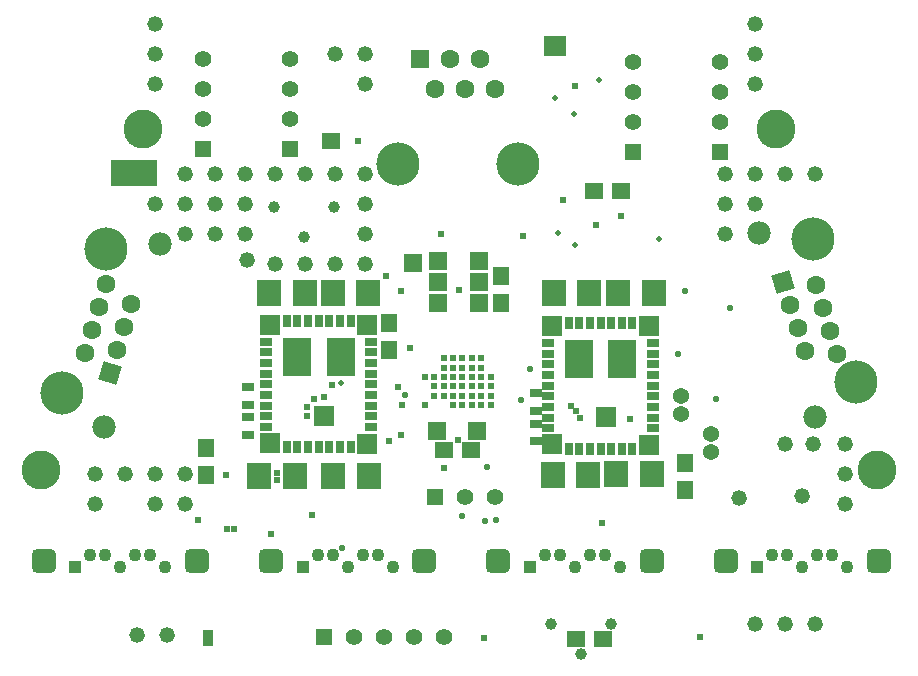
<source format=gbs>
%FSLAX25Y25*%
%MOIN*%
G70*
G01*
G75*
G04 Layer_Color=16711935*
%ADD10C,0.00605*%
%ADD11R,0.03347X0.05118*%
%ADD12R,0.07087X0.06299*%
%ADD13C,0.02000*%
%ADD14R,0.01378X0.05512*%
%ADD15R,0.15000X0.08500*%
%ADD16R,0.02756X0.01575*%
%ADD17R,0.03543X0.02756*%
%ADD18R,0.06496X0.00984*%
%ADD19R,0.06496X0.00984*%
%ADD20R,0.06000X0.06000*%
%ADD21R,0.02756X0.03543*%
%ADD22R,0.05000X0.06000*%
%ADD23R,0.06000X0.05000*%
%ADD24C,0.02000*%
%ADD25C,0.00425*%
%ADD26C,0.00800*%
%ADD27C,0.00500*%
%ADD28C,0.00400*%
%ADD29C,0.00600*%
%ADD30C,0.05000*%
%ADD31R,0.05906X0.05906*%
%ADD32C,0.05906*%
%ADD33C,0.14000*%
%ADD34C,0.07400*%
%ADD35P,0.08352X4X152.0*%
%ADD36P,0.08352X4X298.0*%
%ADD37R,0.02362X0.03740*%
%ADD38C,0.03000*%
%ADD39C,0.04000*%
%ADD40P,0.02165X8X22.5*%
%ADD41R,0.03740X0.02362*%
%ADD42R,0.03937X0.03937*%
%ADD43C,0.03937*%
G04:AMPARAMS|DCode=44|XSize=78.74mil|YSize=78.74mil|CornerRadius=19.69mil|HoleSize=0mil|Usage=FLASHONLY|Rotation=0.000|XOffset=0mil|YOffset=0mil|HoleType=Round|Shape=RoundedRectangle|*
%AMROUNDEDRECTD44*
21,1,0.07874,0.03937,0,0,0.0*
21,1,0.03937,0.07874,0,0,0.0*
1,1,0.03937,0.01969,-0.01969*
1,1,0.03937,-0.01969,-0.01969*
1,1,0.03937,-0.01969,0.01969*
1,1,0.03937,0.01969,0.01969*
%
%ADD44ROUNDEDRECTD44*%
%ADD45C,0.03500*%
%ADD46R,0.05200X0.05200*%
%ADD47C,0.05200*%
%ADD48R,0.05200X0.05200*%
%ADD49R,0.02000X0.02000*%
%ADD50C,0.13000*%
%ADD51C,0.01800*%
%ADD52C,0.04000*%
%ADD53C,0.02800*%
%ADD54C,0.04500*%
%ADD55C,0.05543*%
%ADD56C,0.14800*%
%ADD57C,0.08200*%
%ADD58C,0.05500*%
G04:AMPARAMS|DCode=59|XSize=68mil|YSize=68mil|CornerRadius=0mil|HoleSize=0mil|Usage=FLASHONLY|Rotation=0.000|XOffset=0mil|YOffset=0mil|HoleType=Round|Shape=Relief|Width=10mil|Gap=10mil|Entries=4|*
%AMTHD59*
7,0,0,0.06800,0.04800,0.01000,45*
%
%ADD59THD59*%
G04:AMPARAMS|DCode=60|XSize=40mil|YSize=40mil|CornerRadius=0mil|HoleSize=0mil|Usage=FLASHONLY|Rotation=0.000|XOffset=0mil|YOffset=0mil|HoleType=Round|Shape=Relief|Width=6mil|Gap=8mil|Entries=4|*
%AMTHD60*
7,0,0,0.04000,0.02400,0.00600,45*
%
%ADD60THD60*%
G04:AMPARAMS|DCode=61|XSize=52mil|YSize=52mil|CornerRadius=0mil|HoleSize=0mil|Usage=FLASHONLY|Rotation=0.000|XOffset=0mil|YOffset=0mil|HoleType=Round|Shape=Relief|Width=6mil|Gap=8mil|Entries=4|*
%AMTHD61*
7,0,0,0.05200,0.03600,0.00600,45*
%
%ADD61THD61*%
G04:AMPARAMS|DCode=62|XSize=20mil|YSize=20mil|CornerRadius=0mil|HoleSize=0mil|Usage=FLASHONLY|Rotation=0.000|XOffset=0mil|YOffset=0mil|HoleType=Round|Shape=Relief|Width=4mil|Gap=3mil|Entries=4|*
%AMTHD62*
7,0,0,0.02000,0.01400,0.00400,45*
%
%ADD62THD62*%
%ADD63C,0.04913*%
%ADD64C,0.07315*%
%ADD65C,0.04200*%
%ADD66C,0.05800*%
%ADD67C,0.11600*%
%ADD68C,0.00480*%
%ADD69C,0.00390*%
%ADD70R,0.07874X0.08661*%
%ADD71R,0.06000X0.06000*%
%ADD72C,0.02500*%
%ADD73C,0.01500*%
G04:AMPARAMS|DCode=74|XSize=98mil|YSize=98mil|CornerRadius=0mil|HoleSize=0mil|Usage=FLASHONLY|Rotation=0.000|XOffset=0mil|YOffset=0mil|HoleType=Round|Shape=Relief|Width=10mil|Gap=10mil|Entries=4|*
%AMTHD74*
7,0,0,0.09800,0.07800,0.01000,45*
%
%ADD74THD74*%
%ADD75R,0.07874X0.08661*%
%ADD76R,0.09252X0.12205*%
%ADD77R,0.06299X0.06693*%
%ADD78R,0.06299X0.06693*%
%ADD79C,0.01000*%
%ADD80C,0.00375*%
%ADD81R,0.02000X0.01000*%
%ADD82R,0.07000X0.19000*%
%ADD83R,0.01000X0.14000*%
%ADD84R,0.05000X0.15000*%
%ADD85R,0.02000X0.01500*%
%ADD86R,0.06000X0.03500*%
%ADD87R,0.00500X0.01500*%
%ADD88R,0.01500X0.03000*%
%ADD89R,0.07500X0.26000*%
%ADD90R,0.02362X0.03740*%
%ADD91R,0.02362X0.03740*%
%ADD92R,0.02362X0.03740*%
%ADD93R,0.02362X0.03740*%
%ADD94R,0.03740X0.02362*%
%ADD95R,0.03740X0.02362*%
%ADD96R,0.06000X0.02760*%
%ADD97R,0.02107X0.03100*%
%ADD98R,0.05000X0.14260*%
%ADD99R,0.01000X0.13760*%
%ADD100R,0.02000X0.02000*%
%ADD101C,0.00984*%
%ADD102C,0.00787*%
%ADD103C,0.00394*%
%ADD104C,0.01200*%
%ADD105R,0.03747X0.05518*%
%ADD106R,0.07487X0.06699*%
%ADD107C,0.02400*%
%ADD108R,0.01778X0.05912*%
%ADD109R,0.15400X0.08900*%
%ADD110R,0.03156X0.01975*%
%ADD111R,0.03943X0.03156*%
%ADD112R,0.06896X0.01384*%
%ADD113R,0.06896X0.01384*%
%ADD114R,0.06400X0.06400*%
%ADD115R,0.03156X0.03943*%
%ADD116R,0.05400X0.06400*%
%ADD117R,0.06400X0.05400*%
%ADD118C,0.05400*%
%ADD119R,0.06306X0.06306*%
%ADD120C,0.06306*%
%ADD121C,0.14400*%
%ADD122C,0.07800*%
%ADD123P,0.08917X4X152.0*%
%ADD124P,0.08917X4X298.0*%
%ADD125R,0.02762X0.04140*%
%ADD126C,0.03400*%
%ADD127C,0.04400*%
%ADD128P,0.02598X8X22.5*%
%ADD129R,0.04140X0.02762*%
%ADD130R,0.04337X0.04337*%
%ADD131C,0.04337*%
G04:AMPARAMS|DCode=132|XSize=82.74mil|YSize=82.74mil|CornerRadius=21.69mil|HoleSize=0mil|Usage=FLASHONLY|Rotation=0.000|XOffset=0mil|YOffset=0mil|HoleType=Round|Shape=RoundedRectangle|*
%AMROUNDEDRECTD132*
21,1,0.08274,0.03937,0,0,0.0*
21,1,0.03937,0.08274,0,0,0.0*
1,1,0.04337,0.01969,-0.01969*
1,1,0.04337,-0.01969,-0.01969*
1,1,0.04337,-0.01969,0.01969*
1,1,0.04337,0.01969,0.01969*
%
%ADD132ROUNDEDRECTD132*%
%ADD133C,0.03900*%
%ADD134R,0.05600X0.05600*%
%ADD135C,0.05600*%
%ADD136R,0.05600X0.05600*%
%ADD137R,0.02400X0.02400*%
%ADD138C,0.02200*%
%ADD139R,0.08274X0.09061*%
%ADD140R,0.09652X0.12605*%
%ADD141R,0.06699X0.07093*%
%ADD142R,0.06699X0.07093*%
%ADD143R,0.08274X0.09061*%
%ADD144R,0.06400X0.06400*%
%ADD145R,0.02400X0.02400*%
D13*
X283528Y256000D02*
D03*
X291528Y310800D02*
D03*
X283428Y299500D02*
D03*
X205528Y210000D02*
D03*
X311804Y257776D02*
D03*
X278028Y260000D02*
D03*
X277028Y305000D02*
D03*
D47*
X137728Y125800D02*
D03*
X147728D02*
D03*
X203528Y319500D02*
D03*
X213528D02*
D03*
X153528Y279500D02*
D03*
X163528D02*
D03*
X173528D02*
D03*
X183528D02*
D03*
X193528D02*
D03*
X203528D02*
D03*
X173528Y269500D02*
D03*
X163528D02*
D03*
X153528D02*
D03*
X143528D02*
D03*
X153528Y259500D02*
D03*
X163528D02*
D03*
X173528D02*
D03*
X143528Y309500D02*
D03*
Y319500D02*
D03*
Y329500D02*
D03*
X213528Y279500D02*
D03*
Y269500D02*
D03*
Y259500D02*
D03*
Y249500D02*
D03*
X203528D02*
D03*
X193528D02*
D03*
X183528D02*
D03*
X174328Y250800D02*
D03*
X333528Y279500D02*
D03*
X343528D02*
D03*
X353528D02*
D03*
X363528D02*
D03*
X333528Y269500D02*
D03*
X343528D02*
D03*
X333528Y259500D02*
D03*
X343528Y129500D02*
D03*
X353528D02*
D03*
X363528D02*
D03*
X123528Y179500D02*
D03*
X133528D02*
D03*
X143528D02*
D03*
X153528D02*
D03*
X123528Y169500D02*
D03*
X143528D02*
D03*
X153528D02*
D03*
X363128Y189500D02*
D03*
X359328Y172100D02*
D03*
X373528Y179500D02*
D03*
Y169500D02*
D03*
X338328Y171600D02*
D03*
X353528Y189500D02*
D03*
X373528D02*
D03*
X213528Y309500D02*
D03*
X343528Y329500D02*
D03*
Y319500D02*
D03*
Y309500D02*
D03*
D50*
X139849Y294500D02*
D03*
X350528Y294531D02*
D03*
X384418Y181000D02*
D03*
X105820D02*
D03*
D105*
X161482Y125000D02*
D03*
D106*
X277028Y322312D02*
D03*
D107*
X325228Y125300D02*
D03*
X255626Y202402D02*
D03*
X249327D02*
D03*
X252477D02*
D03*
X239878Y218150D02*
D03*
X243028D02*
D03*
X246178D02*
D03*
X249327D02*
D03*
X252477D02*
D03*
X239878Y215000D02*
D03*
X243028D02*
D03*
X246178D02*
D03*
X249327D02*
D03*
X252477D02*
D03*
X233579Y211850D02*
D03*
X236729D02*
D03*
X239878D02*
D03*
X243028D02*
D03*
X246178D02*
D03*
X249327D02*
D03*
X252477D02*
D03*
X255626D02*
D03*
X236729Y208701D02*
D03*
X239878D02*
D03*
X243028D02*
D03*
X246178D02*
D03*
X249327D02*
D03*
X252477D02*
D03*
X255626D02*
D03*
X236729Y205551D02*
D03*
X239878D02*
D03*
X243028D02*
D03*
X246178D02*
D03*
X249327D02*
D03*
X252477D02*
D03*
X255626D02*
D03*
X233579Y202402D02*
D03*
X243028D02*
D03*
X246178D02*
D03*
X282329Y202299D02*
D03*
X284027Y200602D02*
D03*
X157928Y164100D02*
D03*
X184428Y179900D02*
D03*
Y177500D02*
D03*
X182328Y159400D02*
D03*
X167528Y161300D02*
D03*
X169928D02*
D03*
X196028Y165900D02*
D03*
X292828Y163200D02*
D03*
X285328Y198100D02*
D03*
X167228Y179100D02*
D03*
X194328Y199000D02*
D03*
X196528Y204600D02*
D03*
X194228Y202000D02*
D03*
X200028Y205100D02*
D03*
X202628Y209100D02*
D03*
X283528Y308800D02*
D03*
X301928Y198000D02*
D03*
X266328Y259000D02*
D03*
X253328Y124700D02*
D03*
X224828Y208500D02*
D03*
X299028Y265500D02*
D03*
X244528Y191000D02*
D03*
X225628Y192628D02*
D03*
X226126Y202402D02*
D03*
X225528Y240500D02*
D03*
X238900Y259400D02*
D03*
X279600Y270700D02*
D03*
X220528Y245500D02*
D03*
X245028Y241000D02*
D03*
X228600Y221400D02*
D03*
X290675Y262425D02*
D03*
D109*
X136528Y279800D02*
D03*
D111*
X270528Y190400D02*
D03*
Y196306D02*
D03*
X174528Y192547D02*
D03*
X270528Y200547D02*
D03*
Y206453D02*
D03*
X174528Y198453D02*
D03*
Y202547D02*
D03*
Y208453D02*
D03*
D114*
X229528Y250000D02*
D03*
D116*
X259028Y236500D02*
D03*
Y245500D02*
D03*
X160728Y179300D02*
D03*
Y188300D02*
D03*
X320328Y183200D02*
D03*
Y174200D02*
D03*
X221528Y229800D02*
D03*
Y220800D02*
D03*
D117*
X293028Y124500D02*
D03*
X284028D02*
D03*
X240028Y187500D02*
D03*
X249028D02*
D03*
X290028Y274000D02*
D03*
X299028D02*
D03*
X202428Y290400D02*
D03*
D118*
X329028Y193000D02*
D03*
X318928Y199600D02*
D03*
X329028Y186900D02*
D03*
X318928Y205600D02*
D03*
D119*
X232028Y318000D02*
D03*
D120*
X257028Y308000D02*
D03*
X252028Y318000D02*
D03*
X242028D02*
D03*
X247028Y308000D02*
D03*
X237028D02*
D03*
X355523Y235823D02*
D03*
X357862Y228172D02*
D03*
X366256Y234921D02*
D03*
X368595Y227271D02*
D03*
X360201Y220522D02*
D03*
X363917Y242572D02*
D03*
X370934Y219620D02*
D03*
X127451Y242900D02*
D03*
X120434Y219949D02*
D03*
X135845Y236151D02*
D03*
X125112Y235250D02*
D03*
X122773Y227599D02*
D03*
X133506Y228501D02*
D03*
X131167Y220850D02*
D03*
D121*
X224528Y283000D02*
D03*
X264528D02*
D03*
X362878Y257940D02*
D03*
X377497Y210124D02*
D03*
X127320Y254443D02*
D03*
X112702Y206628D02*
D03*
D122*
X344862Y259751D02*
D03*
X363573Y198548D02*
D03*
X145337Y256254D02*
D03*
X126626Y195051D02*
D03*
D123*
X353185Y243473D02*
D03*
D124*
X128828Y213200D02*
D03*
D125*
X299300Y187980D02*
D03*
X295756D02*
D03*
X302843D02*
D03*
Y229909D02*
D03*
X299300D02*
D03*
X295756D02*
D03*
X292213D02*
D03*
X285126Y187980D02*
D03*
X288670D02*
D03*
X292213D02*
D03*
X198256Y188469D02*
D03*
X194713D02*
D03*
X191170D02*
D03*
X198256Y230398D02*
D03*
X201800D02*
D03*
X205343D02*
D03*
X208886D02*
D03*
X205343Y188469D02*
D03*
X201800D02*
D03*
X208886D02*
D03*
X187626D02*
D03*
X281583Y187980D02*
D03*
X288670Y229909D02*
D03*
X281583D02*
D03*
X285126D02*
D03*
X191170Y230398D02*
D03*
X187626D02*
D03*
X194713D02*
D03*
D129*
X274792Y212488D02*
D03*
X309634Y194772D02*
D03*
Y198315D02*
D03*
Y201858D02*
D03*
Y205402D02*
D03*
Y208945D02*
D03*
Y212488D02*
D03*
Y216032D02*
D03*
Y219575D02*
D03*
Y223118D02*
D03*
X274792Y208945D02*
D03*
Y201858D02*
D03*
Y198315D02*
D03*
Y194772D02*
D03*
Y205402D02*
D03*
X180835Y205890D02*
D03*
Y195260D02*
D03*
Y198803D02*
D03*
Y202347D02*
D03*
Y209433D02*
D03*
X215678Y223606D02*
D03*
Y220063D02*
D03*
Y216520D02*
D03*
Y212976D02*
D03*
Y209433D02*
D03*
Y205890D02*
D03*
Y202347D02*
D03*
Y198803D02*
D03*
Y195260D02*
D03*
X274792Y223118D02*
D03*
Y219575D02*
D03*
Y216032D02*
D03*
X180835Y216520D02*
D03*
Y220063D02*
D03*
Y223606D02*
D03*
Y212976D02*
D03*
D130*
X117040Y148532D02*
D03*
X192865D02*
D03*
X268691D02*
D03*
X344516D02*
D03*
D131*
X147040D02*
D03*
X142040Y152469D02*
D03*
X122040D02*
D03*
X137040D02*
D03*
X132040Y148532D02*
D03*
X127040Y152469D02*
D03*
X222865Y148532D02*
D03*
X217865Y152469D02*
D03*
X197865D02*
D03*
X212865D02*
D03*
X207865Y148532D02*
D03*
X202865Y152469D02*
D03*
X298691Y148532D02*
D03*
X293691Y152469D02*
D03*
X273691D02*
D03*
X288691D02*
D03*
X283691Y148532D02*
D03*
X278691Y152469D02*
D03*
X374516Y148532D02*
D03*
X369516Y152469D02*
D03*
X349516D02*
D03*
X364516D02*
D03*
X359516Y148532D02*
D03*
X354516Y152469D02*
D03*
D132*
X157552Y150500D02*
D03*
X106528D02*
D03*
X233377D02*
D03*
X182353D02*
D03*
X309203D02*
D03*
X258179D02*
D03*
X385028D02*
D03*
X334004D02*
D03*
D133*
X275528Y129500D02*
D03*
X295528D02*
D03*
X285528Y119500D02*
D03*
X193328Y258500D02*
D03*
X203328Y268500D02*
D03*
X183328D02*
D03*
D134*
X237028Y172000D02*
D03*
X199928Y125300D02*
D03*
D135*
X247028Y172000D02*
D03*
X257028D02*
D03*
X159528Y298000D02*
D03*
Y308000D02*
D03*
Y318000D02*
D03*
X188528Y298000D02*
D03*
Y308000D02*
D03*
Y318000D02*
D03*
X303028Y297000D02*
D03*
Y307000D02*
D03*
Y317000D02*
D03*
X332028Y297000D02*
D03*
Y307000D02*
D03*
Y317000D02*
D03*
X239928Y125300D02*
D03*
X229928D02*
D03*
X219928D02*
D03*
X209928D02*
D03*
D136*
X159528Y288000D02*
D03*
X188528D02*
D03*
X303028Y287000D02*
D03*
X332028D02*
D03*
D137*
X240028Y181500D02*
D03*
X211428Y290400D02*
D03*
D138*
X330628Y204400D02*
D03*
X317928Y219600D02*
D03*
X206028Y154700D02*
D03*
X257428Y164100D02*
D03*
X254328Y181800D02*
D03*
X226928Y206000D02*
D03*
X253628Y163700D02*
D03*
X246128Y165600D02*
D03*
X265728Y204200D02*
D03*
X268628Y214600D02*
D03*
X320428Y240400D02*
D03*
X335428Y234700D02*
D03*
D139*
X288134Y179300D02*
D03*
X297522Y179500D02*
D03*
D140*
X299496Y218000D02*
D03*
X205540Y218488D02*
D03*
X285028Y218000D02*
D03*
X191071Y218488D02*
D03*
D141*
X293985Y198512D02*
D03*
X200028Y199000D02*
D03*
D142*
X308355Y228827D02*
D03*
X276071Y189457D02*
D03*
X308355Y189063D02*
D03*
X214398Y189551D02*
D03*
X182115Y189945D02*
D03*
X214398Y229315D02*
D03*
X276071Y228827D02*
D03*
X182115Y229315D02*
D03*
D143*
X178522Y179000D02*
D03*
X309334Y179500D02*
D03*
X203122Y179000D02*
D03*
X276322Y179300D02*
D03*
X190334Y179000D02*
D03*
X214734Y239900D02*
D03*
X202922D02*
D03*
X309934Y240000D02*
D03*
X214934Y179000D02*
D03*
X181722Y239900D02*
D03*
X193534D02*
D03*
X298122Y240000D02*
D03*
X276622D02*
D03*
X288434D02*
D03*
D144*
X238028Y243500D02*
D03*
X251528D02*
D03*
Y236500D02*
D03*
X238028D02*
D03*
X251028Y194000D02*
D03*
X237528D02*
D03*
X238028Y250500D02*
D03*
X251528D02*
D03*
D145*
X221528Y190500D02*
D03*
M02*

</source>
